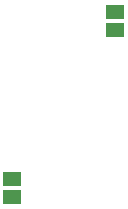
<source format=gbr>
G04 EAGLE Gerber RS-274X export*
G75*
%MOMM*%
%FSLAX34Y34*%
%LPD*%
%INSolderpaste Bottom*%
%IPPOS*%
%AMOC8*
5,1,8,0,0,1.08239X$1,22.5*%
G01*
%ADD10R,1.600200X1.168400*%


D10*
X258445Y458089D03*
X258445Y473329D03*
X171450Y316230D03*
X171450Y331470D03*
M02*

</source>
